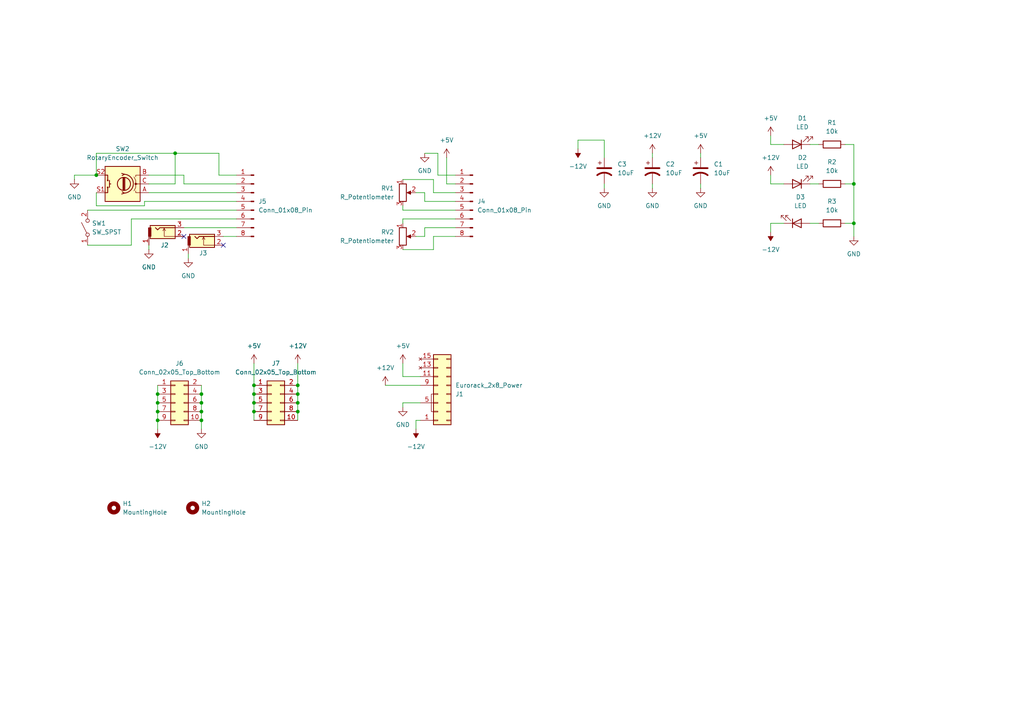
<source format=kicad_sch>
(kicad_sch (version 20231120) (generator "eeschema") (generator_version "8.0")
  (paper "A4")
  (lib_symbols
    (symbol "+5V_1" (power) (pin_numbers hide) (pin_names (offset 0) hide)
      (property "Value" "+5V" (at 0 3.556 0))
      (symbol "+5V_1_0_1"
        (polyline (pts (xy -0.762 1.27) (xy 0 2.54)))
        (polyline (pts (xy 0 0) (xy 0 2.54)))
        (polyline (pts (xy 0 2.54) (xy 0.762 1.27)))
      )
      (symbol "+5V_1_1_1"
        (pin power_in line (at 0 0 90) (length 0) (name "~") (number "1"))
      )
    )
    (symbol "Connector:Conn_01x08_Pin" (pin_names (offset 1.016) hide)
      (property "Reference" "J" (at 0 10.16 0))
      (property "Value" "Conn_01x08_Pin" (at 0 -12.7 0))
      (symbol "Conn_01x08_Pin_1_1"
        (polyline (pts (xy 1.27 -10.16) (xy 0.8636 -10.16)) (stroke (width 0.1524)))
        (polyline (pts (xy 1.27 -7.62) (xy 0.8636 -7.62)) (stroke (width 0.1524)))
        (polyline (pts (xy 1.27 -5.08) (xy 0.8636 -5.08)) (stroke (width 0.1524)))
        (polyline (pts (xy 1.27 -2.54) (xy 0.8636 -2.54)) (stroke (width 0.1524)))
        (polyline (pts (xy 1.27 0) (xy 0.8636 0)) (stroke (width 0.1524)))
        (polyline (pts (xy 1.27 2.54) (xy 0.8636 2.54)) (stroke (width 0.1524)))
        (polyline (pts (xy 1.27 5.08) (xy 0.8636 5.08)) (stroke (width 0.1524)))
        (polyline (pts (xy 1.27 7.62) (xy 0.8636 7.62)) (stroke (width 0.1524)))
        (rectangle (start 0.8636 -10.033) (end 0 -10.287) (stroke (width 0.1524)) (fill (type outline)))
        (rectangle (start 0.8636 -7.493) (end 0 -7.747) (stroke (width 0.1524)) (fill (type outline)))
        (rectangle (start 0.8636 -4.953) (end 0 -5.207) (stroke (width 0.1524)) (fill (type outline)))
        (rectangle (start 0.8636 -2.413) (end 0 -2.667) (stroke (width 0.1524)) (fill (type outline)))
        (rectangle (start 0.8636 0.127) (end 0 -0.127) (stroke (width 0.1524)) (fill (type outline)))
        (rectangle (start 0.8636 2.667) (end 0 2.413) (stroke (width 0.1524)) (fill (type outline)))
        (rectangle (start 0.8636 5.207) (end 0 4.953) (stroke (width 0.1524)) (fill (type outline)))
        (rectangle (start 0.8636 7.747) (end 0 7.493) (stroke (width 0.1524)) (fill (type outline)))
        (pin passive line (at 5.08 7.62 180) (length 3.81) (name "Pin_1") (number "1"))
        (pin passive line (at 5.08 5.08 180) (length 3.81) (name "Pin_2") (number "2"))
        (pin passive line (at 5.08 2.54 180) (length 3.81) (name "Pin_3") (number "3"))
        (pin passive line (at 5.08 0 180) (length 3.81) (name "Pin_4") (number "4"))
        (pin passive line (at 5.08 -2.54 180) (length 3.81) (name "Pin_5") (number "5"))
        (pin passive line (at 5.08 -5.08 180) (length 3.81) (name "Pin_6") (number "6"))
        (pin passive line (at 5.08 -7.62 180) (length 3.81) (name "Pin_7") (number "7"))
        (pin passive line (at 5.08 -10.16 180) (length 3.81) (name "Pin_8") (number "8"))
      )
    )
    (symbol "Connector_Generic:Conn_02x05_Odd_Even" (pin_names (offset 1.016) hide)
      (property "Reference" "J" (at 1.27 7.62 0))
      (property "Value" "Conn_02x05_Odd_Even" (at 1.27 -7.62 0))
      (symbol "Conn_02x05_Odd_Even_1_1"
        (rectangle (start -1.27 -4.953) (end 0 -5.207) (stroke (width 0.1524)))
        (rectangle (start -1.27 -2.413) (end 0 -2.667) (stroke (width 0.1524)))
        (rectangle (start -1.27 0.127) (end 0 -0.127) (stroke (width 0.1524)))
        (rectangle (start -1.27 2.667) (end 0 2.413) (stroke (width 0.1524)))
        (rectangle (start -1.27 5.207) (end 0 4.953) (stroke (width 0.1524)))
        (rectangle (start -1.27 6.35) (end 3.81 -6.35) (stroke (width 0.254)) (fill (type background)))
        (rectangle (start 3.81 -4.953) (end 2.54 -5.207) (stroke (width 0.1524)))
        (rectangle (start 3.81 -2.413) (end 2.54 -2.667) (stroke (width 0.1524)))
        (rectangle (start 3.81 0.127) (end 2.54 -0.127) (stroke (width 0.1524)))
        (rectangle (start 3.81 2.667) (end 2.54 2.413) (stroke (width 0.1524)))
        (rectangle (start 3.81 5.207) (end 2.54 4.953) (stroke (width 0.1524)))
        (pin passive line (at -5.08 5.08 0) (length 3.81) (name "Pin_1") (number "1"))
        (pin passive line (at 7.62 -5.08 180) (length 3.81) (name "Pin_10") (number "10"))
        (pin passive line (at 7.62 5.08 180) (length 3.81) (name "Pin_2") (number "2"))
        (pin passive line (at -5.08 2.54 0) (length 3.81) (name "Pin_3") (number "3"))
        (pin passive line (at 7.62 2.54 180) (length 3.81) (name "Pin_4") (number "4"))
        (pin passive line (at -5.08 0 0) (length 3.81) (name "Pin_5") (number "5"))
        (pin passive line (at 7.62 0 180) (length 3.81) (name "Pin_6") (number "6"))
        (pin passive line (at -5.08 -2.54 0) (length 3.81) (name "Pin_7") (number "7"))
        (pin passive line (at 7.62 -2.54 180) (length 3.81) (name "Pin_8") (number "8"))
        (pin passive line (at -5.08 -5.08 0) (length 3.81) (name "Pin_9") (number "9"))
      )
    )
    (symbol "Device:C_Polarized_US" (pin_numbers hide) (pin_names (offset 0.254) hide)
      (property "Reference" "C" (at 0.635 2.54 0))
      (property "Value" "C_Polarized_US" (at 0.635 -2.54 0))
      (symbol "C_Polarized_US_0_1"
        (polyline (pts (xy -2.032 0.762) (xy 2.032 0.762)) (stroke (width 0.508)))
        (polyline (pts (xy -1.778 2.286) (xy -0.762 2.286)))
        (polyline (pts (xy -1.27 1.778) (xy -1.27 2.794)))
        (arc (start 2.032 -1.27) (mid 0 -0.5572) (end -2.032 -1.27) (stroke (width 0.508)))
      )
      (symbol "C_Polarized_US_1_1"
        (pin passive line (at 0 3.81 270) (length 2.794) (name "~") (number "1"))
        (pin passive line (at 0 -3.81 90) (length 3.302) (name "~") (number "2"))
      )
    )
    (symbol "Device:LED" (pin_numbers hide) (pin_names (offset 1.016) hide)
      (property "Reference" "D" (at 0 2.54 0))
      (property "Value" "LED" (at 0 -2.54 0))
      (symbol "LED_0_1"
        (polyline (pts (xy -1.27 -1.27) (xy -1.27 1.27)) (stroke (width 0.254)))
        (polyline (pts (xy -1.27 0) (xy 1.27 0)))
        (polyline (pts (xy 1.27 -1.27) (xy 1.27 1.27) (xy -1.27 0) (xy 1.27 -1.27)) (stroke (width 0.254)))
        (polyline (pts (xy -3.048 -0.762) (xy -4.572 -2.286) (xy -3.81 -2.286) (xy -4.572 -2.286) (xy -4.572 -1.524)))
        (polyline (pts (xy -1.778 -0.762) (xy -3.302 -2.286) (xy -2.54 -2.286) (xy -3.302 -2.286) (xy -3.302 -1.524)))
      )
      (symbol "LED_1_1"
        (pin passive line (at -3.81 0 0) (length 2.54) (name "K") (number "1"))
        (pin passive line (at 3.81 0 180) (length 2.54) (name "A") (number "2"))
      )
    )
    (symbol "Device:R" (pin_numbers hide) (pin_names (offset 0))
      (property "Reference" "R" (at 2.032 0 90))
      (property "Value" "R" (at 0 0 90))
      (symbol "R_0_1"
        (rectangle (start -1.016 -2.54) (end 1.016 2.54) (stroke (width 0.254)))
      )
      (symbol "R_1_1"
        (pin passive line (at 0 3.81 270) (length 1.27) (name "~") (number "1"))
        (pin passive line (at 0 -3.81 90) (length 1.27) (name "~") (number "2"))
      )
    )
    (symbol "Device:R_Potentiometer" (pin_names (offset 1.016) hide)
      (property "Reference" "RV" (at -4.445 0 90))
      (property "Value" "R_Potentiometer" (at -2.54 0 90))
      (symbol "R_Potentiometer_0_1"
        (polyline (pts (xy 2.54 0) (xy 1.524 0)))
        (polyline (pts (xy 1.143 0) (xy 2.286 0.508) (xy 2.286 -0.508) (xy 1.143 0)) (fill (type outline)))
        (rectangle (start 1.016 2.54) (end -1.016 -2.54) (stroke (width 0.254)))
      )
      (symbol "R_Potentiometer_1_1"
        (pin passive line (at 0 3.81 270) (length 1.27) (name "1") (number "1"))
        (pin passive line (at 3.81 0 180) (length 1.27) (name "2") (number "2"))
        (pin passive line (at 0 -3.81 90) (length 1.27) (name "3") (number "3"))
      )
    )
    (symbol "Device:RotaryEncoder_Switch" (pin_names (offset 0.254) hide)
      (property "Reference" "SW" (at 0 6.604 0))
      (property "Value" "RotaryEncoder_Switch" (at 0 -6.604 0))
      (symbol "RotaryEncoder_Switch_0_1"
        (rectangle (start -5.08 5.08) (end 5.08 -5.08) (stroke (width 0.254)) (fill (type background)))
        (circle (center -3.81 0) (radius 0.254) (fill (type outline)))
        (circle (center -0.381 0) (radius 1.905) (stroke (width 0.254)))
        (arc (start -0.381 2.667) (mid -3.0988 -0.0635) (end -0.381 -2.794) (stroke (width 0.254)))
        (polyline (pts (xy -0.635 -1.778) (xy -0.635 1.778)) (stroke (width 0.254)))
        (polyline (pts (xy -0.381 -1.778) (xy -0.381 1.778)) (stroke (width 0.254)))
        (polyline (pts (xy -0.127 1.778) (xy -0.127 -1.778)) (stroke (width 0.254)))
        (polyline (pts (xy 3.81 0) (xy 3.429 0)) (stroke (width 0.254)))
        (polyline (pts (xy 3.81 1.016) (xy 3.81 -1.016)) (stroke (width 0.254)))
        (polyline (pts (xy -5.08 -2.54) (xy -3.81 -2.54) (xy -3.81 -2.032)))
        (polyline (pts (xy -5.08 2.54) (xy -3.81 2.54) (xy -3.81 2.032)))
        (polyline (pts (xy 0.254 -3.048) (xy -0.508 -2.794) (xy 0.127 -2.413)) (stroke (width 0.254)))
        (polyline (pts (xy 0.254 2.921) (xy -0.508 2.667) (xy 0.127 2.286)) (stroke (width 0.254)))
        (polyline (pts (xy 5.08 -2.54) (xy 4.318 -2.54) (xy 4.318 -1.016)) (stroke (width 0.254)))
        (polyline (pts (xy 5.08 2.54) (xy 4.318 2.54) (xy 4.318 1.016)) (stroke (width 0.254)))
        (polyline (pts (xy -5.08 0) (xy -3.81 0) (xy -3.81 -1.016) (xy -3.302 -2.032)))
        (polyline (pts (xy -4.318 0) (xy -3.81 0) (xy -3.81 1.016) (xy -3.302 2.032)))
        (circle (center 4.318 -1.016) (radius 0.127) (stroke (width 0.254)))
        (circle (center 4.318 1.016) (radius 0.127) (stroke (width 0.254)))
      )
      (symbol "RotaryEncoder_Switch_1_1"
        (pin passive line (at -7.62 2.54 0) (length 2.54) (name "A") (number "A"))
        (pin passive line (at -7.62 -2.54 0) (length 2.54) (name "B") (number "B"))
        (pin passive line (at -7.62 0 0) (length 2.54) (name "C") (number "C"))
        (pin passive line (at 7.62 2.54 180) (length 2.54) (name "S1") (number "S1"))
        (pin passive line (at 7.62 -2.54 180) (length 2.54) (name "S2") (number "S2"))
      )
    )
    (symbol "FreeModular:Eurorack_2x8_Power" (pin_names (offset 1.016) hide)
      (property "Reference" "J1" (at 1.27 13.97 0))
      (property "Value" "Eurorack_2x8_Power" (at 1.905 11.43 0))
      (symbol "Eurorack_2x8_Power_0_1"
        (polyline (pts (xy -1.27 5.08) (xy -1.905 5.08) (xy -1.905 0) (xy -1.27 0)))
      )
      (symbol "Eurorack_2x8_Power_1_1"
        (rectangle (start -1.27 -10.033) (end 0 -10.287) (stroke (width 0.1524)))
        (rectangle (start -1.27 -7.493) (end 0 -7.747) (stroke (width 0.1524)))
        (rectangle (start -1.27 -4.953) (end 0 -5.207) (stroke (width 0.1524)))
        (rectangle (start -1.27 -2.413) (end 0 -2.667) (stroke (width 0.1524)))
        (rectangle (start -1.27 0.127) (end 0 -0.127) (stroke (width 0.1524)))
        (rectangle (start -1.27 2.667) (end 0 2.413) (stroke (width 0.1524)))
        (rectangle (start -1.27 5.207) (end 0 4.953) (stroke (width 0.1524)))
        (rectangle (start -1.27 7.747) (end 0 7.493) (stroke (width 0.1524)))
        (rectangle (start -1.27 8.89) (end 3.81 -11.43) (stroke (width 0.254)) (fill (type background)))
        (rectangle (start 3.81 -10.033) (end 2.54 -10.287) (stroke (width 0.1524)))
        (rectangle (start 3.81 -7.493) (end 2.54 -7.747) (stroke (width 0.1524)))
        (rectangle (start 3.81 -4.953) (end 2.54 -5.207) (stroke (width 0.1524)))
        (rectangle (start 3.81 -2.413) (end 2.54 -2.667) (stroke (width 0.1524)))
        (rectangle (start 3.81 0.127) (end 2.54 -0.127) (stroke (width 0.1524)))
        (rectangle (start 3.81 2.667) (end 2.54 2.413) (stroke (width 0.1524)))
        (rectangle (start 3.81 5.207) (end 2.54 4.953) (stroke (width 0.1524)))
        (rectangle (start 3.81 7.747) (end 2.54 7.493) (stroke (width 0.1524)))
        (pin power_out line (at -5.08 7.62 0) (length 3.81) (name "-12v") (number "1"))
        (pin passive line (at -5.08 -2.54 0) (length 3.81) hide (name "+12v") (number "10"))
        (pin passive line (at -5.08 -5.08 0) (length 3.81) (name "+5v") (number "11"))
        (pin passive line (at -5.08 -5.08 0) (length 3.81) hide (name "+5v") (number "12"))
        (pin no_connect line (at -5.08 -7.62 0) (length 3.81) (name "Pin_13") (number "13"))
        (pin no_connect line (at 7.62 -7.62 180) (length 3.81) hide (name "Pin_14") (number "14"))
        (pin no_connect line (at -5.08 -10.16 0) (length 3.81) (name "Pin_15") (number "15"))
        (pin no_connect line (at 7.62 -10.16 180) (length 3.81) hide (name "Pin_16") (number "16"))
        (pin passive line (at -5.08 7.62 0) (length 3.81) hide (name "-12v") (number "2"))
        (pin power_out line (at -5.08 2.54 0) (length 3.81) hide (name "GND") (number "3"))
        (pin passive line (at -5.08 2.54 0) (length 3.81) hide (name "GND") (number "4"))
        (pin power_out line (at -5.08 2.54 0) (length 3.81) (name "GND") (number "5"))
        (pin passive line (at -5.08 2.54 0) (length 3.81) hide (name "GND") (number "6"))
        (pin power_out line (at -5.08 2.54 0) (length 3.81) hide (name "GND") (number "7"))
        (pin passive line (at -5.08 2.54 0) (length 3.81) hide (name "GND") (number "8"))
        (pin power_out line (at -5.08 -2.54 0) (length 3.81) (name "+12v") (number "9"))
      )
    )
    (symbol "FreeModular:THONKICONN" (pin_names (offset 1.016))
      (property "Reference" "J" (at -1.27 4.445 0))
      (symbol "THONKICONN_0_1"
        (rectangle (start -4.699 3.175) (end 2.54 -0.635) (stroke (width 0.254)) (fill (type background)))
        (rectangle (start -4.445 0) (end -5.207 2.54) (fill (type outline)))
        (polyline (pts (xy -0.635 2.413) (xy -0.254 1.651)))
        (polyline (pts (xy 2.54 0) (xy -0.635 0) (xy -0.635 2.413) (xy -1.016 1.651)))
        (polyline (pts (xy 2.54 2.54) (xy -1.905 2.54) (xy -2.54 1.905) (xy -3.175 2.54)) (stroke (width 0.254)))
      )
      (symbol "THONKICONN_1_1"
        (pin passive line (at -5.08 -2.54 90) (length 2.54) (name "~") (number "1"))
        (pin passive line (at 5.08 0 180) (length 2.54) (name "~") (number "2"))
        (pin passive line (at 5.08 2.54 180) (length 2.54) (name "~") (number "3"))
      )
    )
    (symbol "GND_1" (power) (pin_numbers hide) (pin_names (offset 0) hide)
      (property "Value" "GND" (at 0 -3.81 0))
      (symbol "GND_1_0_1"
        (polyline (pts (xy 0 0) (xy 0 -1.27) (xy 1.27 -1.27) (xy 0 -2.54) (xy -1.27 -1.27) (xy 0 -1.27)))
      )
      (symbol "GND_1_1_1"
        (pin power_in line (at 0 0 270) (length 0) (name "~") (number "1"))
      )
    )
    (symbol "Mechanical:MountingHole" (pin_names (offset 1.016))
      (property "Reference" "H" (at 0 5.08 0))
      (property "Value" "MountingHole" (at 0 3.175 0))
      (symbol "MountingHole_0_1"
        (circle (center 0 0) (radius 1.27) (stroke (width 1.27)))
      )
    )
    (symbol "Switch:SW_SPST" (pin_names (offset 0) hide)
      (property "Reference" "SW" (at 0 3.175 0))
      (property "Value" "SW_SPST" (at 0 -2.54 0))
      (symbol "SW_SPST_0_0"
        (circle (center -2.032 0) (radius 0.508))
        (polyline (pts (xy -1.524 0.254) (xy 1.524 1.778)))
        (circle (center 2.032 0) (radius 0.508))
      )
      (symbol "SW_SPST_1_1"
        (pin passive line (at -5.08 0 0) (length 2.54) (name "A") (number "1"))
        (pin passive line (at 5.08 0 180) (length 2.54) (name "B") (number "2"))
      )
    )
    (symbol "power:+12V" (power) (pin_names (offset 0))
      (property "Value" "+12V" (at 0 3.556 0))
      (symbol "+12V_0_1"
        (polyline (pts (xy -0.762 1.27) (xy 0 2.54)))
        (polyline (pts (xy 0 0) (xy 0 2.54)))
        (polyline (pts (xy 0 2.54) (xy 0.762 1.27)))
      )
      (symbol "+12V_1_1"
        (pin power_in line (at 0 0 90) (length 0) hide (name "+12V") (number "1"))
      )
    )
    (symbol "power:+5V" (power) (pin_names (offset 0))
      (property "Value" "+5V" (at 0 3.556 0))
      (symbol "+5V_0_1"
        (polyline (pts (xy -0.762 1.27) (xy 0 2.54)))
        (polyline (pts (xy 0 0) (xy 0 2.54)))
        (polyline (pts (xy 0 2.54) (xy 0.762 1.27)))
      )
      (symbol "+5V_1_1"
        (pin power_in line (at 0 0 90) (length 0) hide (name "+5V") (number "1"))
      )
    )
    (symbol "power:-12V" (power) (pin_names (offset 0))
      (property "Value" "-12V" (at 0 3.81 0))
      (symbol "-12V_0_0"
        (pin power_in line (at 0 0 90) (length 0) hide (name "-12V") (number "1"))
      )
      (symbol "-12V_0_1"
        (polyline (pts (xy 0 0) (xy 0 1.27) (xy 0.762 1.27) (xy 0 2.54) (xy -0.762 1.27) (xy 0 1.27)) (fill (type outline)))
      )
    )
    (symbol "power:GND" (power) (pin_names (offset 0))
      (property "Value" "GND" (at 0 -3.81 0))
      (symbol "GND_0_1"
        (polyline (pts (xy 0 0) (xy 0 -1.27) (xy 1.27 -1.27) (xy 0 -2.54) (xy -1.27 -1.27) (xy 0 -1.27)))
      )
      (symbol "GND_1_1"
        (pin power_in line (at 0 0 270) (length 0) hide (name "GND") (number "1"))
      )
    )
  )
  (junction (at 73.66 111.76))
  (junction (at 86.36 116.84))
  (junction (at 247.65 64.77))
  (junction (at 27.94 50.8))
  (junction (at 45.72 116.84))
  (junction (at 45.72 121.92))
  (junction (at 73.66 114.3))
  (junction (at 247.65 53.34))
  (junction (at 45.72 119.38))
  (junction (at 86.36 119.38))
  (junction (at 73.66 116.84))
  (junction (at 86.36 111.76))
  (junction (at 73.66 119.38))
  (junction (at 45.72 114.3))
  (junction (at 86.36 114.3))
  (junction (at 50.8 44.45))
  (junction (at 58.42 116.84))
  (junction (at 58.42 121.92))
  (junction (at 58.42 119.38))
  (junction (at 58.42 114.3))
  (no_connect (at 64.77 71.12))
  (no_connect (at 53.34 68.58))
  (wire (pts (xy 116.84 64.77) (xy 116.84 63.5)))
  (wire (pts (xy 38.1 63.5) (xy 38.1 71.12)))
  (wire (pts (xy 73.66 119.38) (xy 73.66 121.92)))
  (wire (pts (xy 116.84 63.5) (xy 132.08 63.5)))
  (wire (pts (xy 223.52 53.34) (xy 227.33 53.34)))
  (wire (pts (xy 129.54 45.72) (xy 129.54 53.34)))
  (wire (pts (xy 111.76 111.76) (xy 121.92 111.76)))
  (wire (pts (xy 223.52 64.77) (xy 223.52 67.31)))
  (wire (pts (xy 247.65 64.77) (xy 247.65 68.58)))
  (wire (pts (xy 245.11 64.77) (xy 247.65 64.77)))
  (wire (pts (xy 247.65 53.34) (xy 247.65 64.77)))
  (wire (pts (xy 27.94 50.8) (xy 27.94 44.45)))
  (wire (pts (xy 27.94 55.88) (xy 27.94 59.69)))
  (wire (pts (xy 203.2 54.61) (xy 203.2 53.34)))
  (wire (pts (xy 237.49 53.34) (xy 234.95 53.34)))
  (wire (pts (xy 203.2 44.45) (xy 203.2 45.72)))
  (wire (pts (xy 121.92 116.84) (xy 116.84 116.84)))
  (wire (pts (xy 237.49 41.91) (xy 234.95 41.91)))
  (wire (pts (xy 41.91 58.42) (xy 41.91 59.69)))
  (wire (pts (xy 132.08 50.8) (xy 127 50.8)))
  (wire (pts (xy 45.72 119.38) (xy 45.72 121.92)))
  (wire (pts (xy 116.84 60.96) (xy 132.08 60.96)))
  (wire (pts (xy 237.49 64.77) (xy 234.95 64.77)))
  (wire (pts (xy 223.52 41.91) (xy 223.52 39.37)))
  (wire (pts (xy 86.36 111.76) (xy 86.36 114.3)))
  (wire (pts (xy 64.77 68.58) (xy 68.58 68.58)))
  (wire (pts (xy 58.42 119.38) (xy 58.42 121.92)))
  (wire (pts (xy 167.64 40.64) (xy 167.64 43.18)))
  (wire (pts (xy 245.11 53.34) (xy 247.65 53.34)))
  (wire (pts (xy 58.42 116.84) (xy 58.42 119.38)))
  (wire (pts (xy 43.18 53.34) (xy 50.8 53.34)))
  (wire (pts (xy 189.23 44.45) (xy 189.23 45.72)))
  (wire (pts (xy 45.72 114.3) (xy 45.72 116.84)))
  (wire (pts (xy 73.66 116.84) (xy 73.66 119.38)))
  (wire (pts (xy 53.34 66.04) (xy 68.58 66.04)))
  (wire (pts (xy 86.36 116.84) (xy 86.36 119.38)))
  (wire (pts (xy 25.4 60.96) (xy 68.58 60.96)))
  (wire (pts (xy 86.36 119.38) (xy 86.36 121.92)))
  (wire (pts (xy 45.72 111.76) (xy 45.72 114.3)))
  (wire (pts (xy 45.72 116.84) (xy 45.72 119.38)))
  (wire (pts (xy 132.08 53.34) (xy 129.54 53.34)))
  (wire (pts (xy 68.58 50.8) (xy 63.5 50.8)))
  (wire (pts (xy 58.42 114.3) (xy 58.42 116.84)))
  (wire (pts (xy 27.94 50.8) (xy 21.59 50.8)))
  (wire (pts (xy 120.65 121.92) (xy 121.92 121.92)))
  (wire (pts (xy 45.72 121.92) (xy 45.72 124.46)))
  (wire (pts (xy 123.19 66.04) (xy 132.08 66.04)))
  (wire (pts (xy 175.26 40.64) (xy 175.26 45.72)))
  (wire (pts (xy 245.11 41.91) (xy 247.65 41.91)))
  (wire (pts (xy 121.92 109.22) (xy 116.84 109.22)))
  (wire (pts (xy 86.36 114.3) (xy 86.36 116.84)))
  (wire (pts (xy 120.65 68.58) (xy 123.19 68.58)))
  (wire (pts (xy 125.73 55.88) (xy 132.08 55.88)))
  (wire (pts (xy 125.73 52.07) (xy 125.73 55.88)))
  (wire (pts (xy 50.8 53.34) (xy 50.8 44.45)))
  (wire (pts (xy 43.18 50.8) (xy 53.34 50.8)))
  (wire (pts (xy 38.1 71.12) (xy 25.4 71.12)))
  (wire (pts (xy 43.18 55.88) (xy 68.58 55.88)))
  (wire (pts (xy 54.61 73.66) (xy 54.61 74.93)))
  (wire (pts (xy 68.58 63.5) (xy 38.1 63.5)))
  (wire (pts (xy 43.18 72.39) (xy 43.18 71.12)))
  (wire (pts (xy 58.42 121.92) (xy 58.42 124.46)))
  (wire (pts (xy 223.52 41.91) (xy 227.33 41.91)))
  (wire (pts (xy 53.34 50.8) (xy 53.34 53.34)))
  (wire (pts (xy 123.19 55.88) (xy 123.19 58.42)))
  (wire (pts (xy 41.91 58.42) (xy 68.58 58.42)))
  (wire (pts (xy 63.5 50.8) (xy 63.5 44.45)))
  (wire (pts (xy 116.84 52.07) (xy 125.73 52.07)))
  (wire (pts (xy 73.66 105.41) (xy 73.66 111.76)))
  (wire (pts (xy 123.19 68.58) (xy 123.19 66.04)))
  (wire (pts (xy 175.26 54.61) (xy 175.26 53.34)))
  (wire (pts (xy 41.91 59.69) (xy 27.94 59.69)))
  (wire (pts (xy 21.59 50.8) (xy 21.59 52.07)))
  (wire (pts (xy 123.19 58.42) (xy 132.08 58.42)))
  (wire (pts (xy 116.84 116.84) (xy 116.84 118.11)))
  (wire (pts (xy 73.66 111.76) (xy 73.66 114.3)))
  (wire (pts (xy 123.19 44.45) (xy 127 44.45)))
  (wire (pts (xy 116.84 109.22) (xy 116.84 105.41)))
  (wire (pts (xy 125.73 68.58) (xy 132.08 68.58)))
  (wire (pts (xy 58.42 111.76) (xy 58.42 114.3)))
  (wire (pts (xy 116.84 59.69) (xy 116.84 60.96)))
  (wire (pts (xy 223.52 53.34) (xy 223.52 50.8)))
  (wire (pts (xy 27.94 44.45) (xy 50.8 44.45)))
  (wire (pts (xy 223.52 64.77) (xy 227.33 64.77)))
  (wire (pts (xy 50.8 44.45) (xy 63.5 44.45)))
  (wire (pts (xy 175.26 40.64) (xy 167.64 40.64)))
  (wire (pts (xy 116.84 72.39) (xy 125.73 72.39)))
  (wire (pts (xy 125.73 72.39) (xy 125.73 68.58)))
  (wire (pts (xy 120.65 55.88) (xy 123.19 55.88)))
  (wire (pts (xy 189.23 54.61) (xy 189.23 53.34)))
  (wire (pts (xy 73.66 114.3) (xy 73.66 116.84)))
  (wire (pts (xy 86.36 105.41) (xy 86.36 111.76)))
  (wire (pts (xy 53.34 53.34) (xy 68.58 53.34)))
  (wire (pts (xy 247.65 41.91) (xy 247.65 53.34)))
  (wire (pts (xy 127 50.8) (xy 127 44.45)))
  (wire (pts (xy 120.65 124.46) (xy 120.65 121.92)))
  (symbol (lib_id "Device:C_Polarized_US") (at 203.2 49.53 0) (unit 1)
    (property "Reference" "C1" (at 207.01 47.6249 0) (effects (justify left)))
    (property "Value" "10uF" (at 207.01 50.1649 0) (effects (justify left)))
    (property "Footprint" "Capacitor_THT:CP_Radial_D5.0mm_P2.00mm" (effects (hide yes)))
    (property "Description" "Polarized capacitor, US symbol" (effects (hide yes)))
  )
  (symbol (lib_id "power:-12V") (at 223.52 67.31 180) (unit 1)
    (property "Reference" "#PWR023" (effects (hide yes)))
    (property "Value" "-12V" (at 223.52 72.39 0))
  )
  (symbol (lib_id "FreeModular:Eurorack_2x8_Power") (at 127 114.3 0) (mirror x) (unit 1)
    (property "Reference" "J1" (at 132.08 114.3 0) (effects (justify left)))
    (property "Value" "Eurorack_2x8_Power" (at 132.08 111.76 0) (effects (justify left)))
    (property "Footprint" "Connector_IDC:IDC-Header_2x08_P2.54mm_Vertical" (effects (hide yes)))
  )
  (symbol (lib_id "Connector_Generic:Conn_02x05_Odd_Even") (at 78.74 116.84 0) (unit 1)
    (property "Reference" "J7" (at 80.01 105.41 0))
    (property "Value" "Conn_02x05_Top_Bottom" (at 80.01 107.95 0))
    (property "Footprint" "Connector_PinHeader_2.54mm:PinHeader_2x05_P2.54mm_Vertical" (effects (hide yes)))
    (property "Description" "Generic connector, double row, 02x05, odd/even pin numbering scheme (row 1 odd numbers, row 2 even numbers), script generated (kicad-library-utils/schlib/autogen/connector/)" (effects (hide yes)))
  )
  (symbol (lib_id "power:+12V") (at 111.76 111.76 0) (unit 1)
    (property "Reference" "#PWR03" (effects (hide yes)))
    (property "Value" "+12V" (at 111.76 106.68 0))
  )
  (symbol (lib_id "Connector_Generic:Conn_02x05_Odd_Even") (at 50.8 116.84 0) (unit 1)
    (property "Reference" "J6" (at 52.07 105.41 0))
    (property "Value" "Conn_02x05_Top_Bottom" (at 52.07 107.95 0))
    (property "Footprint" "Connector_PinHeader_2.54mm:PinHeader_2x05_P2.54mm_Vertical" (effects (hide yes)))
    (property "Description" "Generic connector, double row, 02x05, odd/even pin numbering scheme (row 1 odd numbers, row 2 even numbers), script generated (kicad-library-utils/schlib/autogen/connector/)" (effects (hide yes)))
  )
  (symbol (lib_id "power:+12V") (at 86.36 105.41 0) (unit 1)
    (property "Reference" "#PWR013" (effects (hide yes)))
    (property "Value" "+12V" (at 86.36 100.33 0))
  )
  (symbol (lib_id "Mechanical:MountingHole") (at 55.88 147.32 0) (unit 1)
    (property "Reference" "H2" (at 58.42 146.0499 0) (effects (justify left)))
    (property "Value" "MountingHole" (at 58.42 148.5899 0) (effects (justify left)))
    (property "Footprint" "MountingHole:MountingHole_2.7mm_M2.5" (effects (hide yes)))
    (property "Description" "Mounting Hole without connection" (effects (hide yes)))
  )
  (symbol (lib_id "Device:LED") (at 231.14 64.77 0) (mirror x) (unit 1)
    (property "Reference" "D3" (at 232.156 57.15 0))
    (property "Value" "LED" (at 232.156 59.69 0))
    (property "Footprint" "LED_THT:LED_D3.0mm" (effects (hide yes)))
    (property "Description" "Light emitting diode" (effects (hide yes)))
  )
  (symbol (lib_name "GND_1") (lib_id "power:GND") (at 123.19 44.45 0) (unit 1)
    (property "Reference" "#PWR08" (effects (hide yes)))
    (property "Value" "GND" (at 123.19 49.53 0))
    (property "Description" "Power symbol creates a global label with name \"GND\" , ground" (effects (hide yes)))
  )
  (symbol (lib_name "GND_1") (lib_id "power:GND") (at 21.59 52.07 0) (unit 1)
    (property "Reference" "#PWR09" (effects (hide yes)))
    (property "Value" "GND" (at 21.59 57.15 0))
    (property "Description" "Power symbol creates a global label with name \"GND\" , ground" (effects (hide yes)))
  )
  (symbol (lib_id "power:+12V") (at 223.52 50.8 0) (unit 1)
    (property "Reference" "#PWR021" (effects (hide yes)))
    (property "Value" "+12V" (at 223.52 45.72 0))
  )
  (symbol (lib_id "Connector:Conn_01x08_Pin") (at 73.66 58.42 0) (mirror y) (unit 1)
    (property "Reference" "J5" (at 74.93 58.4199 0) (effects (justify right)))
    (property "Value" "Conn_01x08_Pin" (at 74.93 60.9599 0) (effects (justify right)))
    (property "Footprint" "Connector_PinHeader_2.54mm:PinHeader_1x08_P2.54mm_Vertical" (effects (hide yes)))
    (property "Description" "Generic connector, single row, 01x08, script generated" (effects (hide yes)))
  )
  (symbol (lib_id "Switch:SW_SPST") (at 25.4 66.04 90) (unit 1)
    (property "Reference" "SW1" (at 26.67 64.7699 90) (effects (justify right)))
    (property "Value" "SW_SPST" (at 26.67 67.3099 90) (effects (justify right)))
    (property "Footprint" "FreeModular:D6R" (effects (hide yes)))
    (property "Description" "Single Pole Single Throw (SPST) switch" (effects (hide yes)))
  )
  (symbol (lib_id "power:+12V") (at 189.23 44.45 0) (unit 1)
    (property "Reference" "#PWR010" (effects (hide yes)))
    (property "Value" "+12V" (at 189.23 39.37 0))
  )
  (symbol (lib_id "Connector:Conn_01x08_Pin") (at 137.16 58.42 0) (mirror y) (unit 1)
    (property "Reference" "J4" (at 138.43 58.4199 0) (effects (justify right)))
    (property "Value" "Conn_01x08_Pin" (at 138.43 60.9599 0) (effects (justify right)))
    (property "Footprint" "Connector_PinHeader_2.54mm:PinHeader_1x08_P2.54mm_Vertical" (effects (hide yes)))
    (property "Description" "Generic connector, single row, 01x08, script generated" (effects (hide yes)))
  )
  (symbol (lib_id "Device:R_Potentiometer") (at 116.84 68.58 0) (unit 1)
    (property "Reference" "RV2" (at 114.3 67.3099 0) (effects (justify right)))
    (property "Value" "R_Potentiometer" (at 114.3 69.8499 0) (effects (justify right)))
    (property "Footprint" "FreeModular:Alpha_Potentiometer_Grounded" (effects (hide yes)))
    (property "Description" "Potentiometer" (effects (hide yes)))
  )
  (symbol (lib_id "power:-12V") (at 120.65 124.46 180) (unit 1)
    (property "Reference" "#PWR02" (effects (hide yes)))
    (property "Value" "-12V" (at 120.65 129.54 0))
  )
  (symbol (lib_id "Device:LED") (at 231.14 41.91 180) (unit 1)
    (property "Reference" "D1" (at 232.7275 34.29 0))
    (property "Value" "LED" (at 232.7275 36.83 0))
    (property "Footprint" "LED_THT:LED_D3.0mm" (effects (hide yes)))
    (property "Description" "Light emitting diode" (effects (hide yes)))
  )
  (symbol (lib_id "Device:C_Polarized_US") (at 175.26 49.53 0) (unit 1)
    (property "Reference" "C3" (at 179.07 47.6249 0) (effects (justify left)))
    (property "Value" "10uF" (at 179.07 50.1649 0) (effects (justify left)))
    (property "Footprint" "Capacitor_THT:CP_Radial_D5.0mm_P2.00mm" (effects (hide yes)))
    (property "Description" "Polarized capacitor, US symbol" (effects (hide yes)))
  )
  (symbol (lib_id "power:+5V") (at 203.2 44.45 0) (mirror y) (unit 1)
    (property "Reference" "#PWR015" (effects (hide yes)))
    (property "Value" "+5V" (at 203.2 39.37 0))
  )
  (symbol (lib_id "power:+5V") (at 223.52 39.37 0) (mirror y) (unit 1)
    (property "Reference" "#PWR022" (effects (hide yes)))
    (property "Value" "+5V" (at 223.52 34.29 0))
  )
  (symbol (lib_id "Device:R_Potentiometer") (at 116.84 55.88 0) (unit 1)
    (property "Reference" "RV1" (at 114.3 54.6099 0) (effects (justify right)))
    (property "Value" "R_Potentiometer" (at 114.3 57.1499 0) (effects (justify right)))
    (property "Footprint" "FreeModular:Alpha_Potentiometer_Grounded" (effects (hide yes)))
    (property "Description" "Potentiometer" (effects (hide yes)))
  )
  (symbol (lib_id "Device:R") (at 241.3 64.77 90) (unit 1)
    (property "Reference" "R3" (at 241.3 58.42 90))
    (property "Value" "10k" (at 241.3 60.96 90))
    (property "Footprint" "Resistor_THT:R_Axial_DIN0207_L6.3mm_D2.5mm_P10.16mm_Horizontal" (effects (hide yes)))
    (property "Description" "Resistor" (effects (hide yes)))
  )
  (symbol (lib_id "power:+5V") (at 116.84 105.41 0) (mirror y) (unit 1)
    (property "Reference" "#PWR04" (effects (hide yes)))
    (property "Value" "+5V" (at 116.84 100.33 0))
  )
  (symbol (lib_id "power:GND") (at 247.65 68.58 0) (unit 1)
    (property "Reference" "#PWR019" (effects (hide yes)))
    (property "Value" "GND" (at 247.65 73.66 0))
  )
  (symbol (lib_id "power:GND") (at 175.26 54.61 0) (unit 1)
    (property "Reference" "#PWR020" (effects (hide yes)))
    (property "Value" "GND" (at 175.26 59.69 0))
  )
  (symbol (lib_id "FreeModular:THONKICONN") (at 59.69 71.12 0) (unit 1)
    (property "Reference" "J3" (at 58.928 73.406 0))
    (property "Value" "THONKICONN" (effects (hide yes)))
    (property "Footprint" "FreeModular:THONKICONN" (effects (hide yes)))
    (property "Description" "2-pin audio jack receptable (mono/TS connector) with switching contact" (effects (hide yes)))
  )
  (symbol (lib_id "Mechanical:MountingHole") (at 33.02 147.32 0) (unit 1)
    (property "Reference" "H1" (at 35.56 146.0499 0) (effects (justify left)))
    (property "Value" "MountingHole" (at 35.56 148.5899 0) (effects (justify left)))
    (property "Footprint" "MountingHole:MountingHole_2.7mm_M2.5" (effects (hide yes)))
    (property "Description" "Mounting Hole without connection" (effects (hide yes)))
  )
  (symbol (lib_id "Device:R") (at 241.3 53.34 90) (unit 1)
    (property "Reference" "R2" (at 241.3 46.99 90))
    (property "Value" "10k" (at 241.3 49.53 90))
    (property "Footprint" "Resistor_THT:R_Axial_DIN0207_L6.3mm_D2.5mm_P10.16mm_Horizontal" (effects (hide yes)))
    (property "Description" "Resistor" (effects (hide yes)))
  )
  (symbol (lib_id "Device:RotaryEncoder_Switch") (at 35.56 53.34 180) (unit 1)
    (property "Reference" "SW2" (at 35.56 43.18 0))
    (property "Value" "RotaryEncoder_Switch" (at 35.56 45.72 0))
    (property "Footprint" "Rotary_Encoder:RotaryEncoder_Alps_EC11E-Switch_Vertical_H20mm" (effects (hide yes)))
    (property "Description" "Rotary encoder, dual channel, incremental quadrate outputs, with switch" (effects (hide yes)))
  )
  (symbol (lib_id "Device:C_Polarized_US") (at 189.23 49.53 0) (unit 1)
    (property "Reference" "C2" (at 193.04 47.6249 0) (effects (justify left)))
    (property "Value" "10uF" (at 193.04 50.1649 0) (effects (justify left)))
    (property "Footprint" "Capacitor_THT:CP_Radial_D5.0mm_P2.00mm" (effects (hide yes)))
    (property "Description" "Polarized capacitor, US symbol" (effects (hide yes)))
  )
  (symbol (lib_name "+5V_1") (lib_id "power:+5V") (at 129.54 45.72 0) (unit 1)
    (property "Reference" "#PWR07" (effects (hide yes)))
    (property "Value" "+5V" (at 129.54 40.64 0))
    (property "Description" "Power symbol creates a global label with name \"+5V\"" (effects (hide yes)))
  )
  (symbol (lib_id "power:GND") (at 189.23 54.61 0) (unit 1)
    (property "Reference" "#PWR018" (effects (hide yes)))
    (property "Value" "GND" (at 189.23 59.69 0))
  )
  (symbol (lib_id "Device:R") (at 241.3 41.91 90) (unit 1)
    (property "Reference" "R1" (at 241.3 35.56 90))
    (property "Value" "10k" (at 241.3 38.1 90))
    (property "Footprint" "Resistor_THT:R_Axial_DIN0207_L6.3mm_D2.5mm_P10.16mm_Horizontal" (effects (hide yes)))
    (property "Description" "Resistor" (effects (hide yes)))
  )
  (symbol (lib_name "GND_1") (lib_id "power:GND") (at 43.18 72.39 0) (unit 1)
    (property "Reference" "#PWR05" (effects (hide yes)))
    (property "Value" "GND" (at 43.18 77.47 0))
    (property "Description" "Power symbol creates a global label with name \"GND\" , ground" (effects (hide yes)))
  )
  (symbol (lib_id "power:-12V") (at 167.64 43.18 180) (unit 1)
    (property "Reference" "#PWR016" (effects (hide yes)))
    (property "Value" "-12V" (at 167.64 48.26 0))
  )
  (symbol (lib_id "FreeModular:THONKICONN") (at 48.26 68.58 0) (unit 1)
    (property "Reference" "J2" (at 47.752 71.12 0))
    (property "Value" "THONKICONN" (effects (hide yes)))
    (property "Footprint" "FreeModular:THONKICONN" (effects (hide yes)))
    (property "Description" "2-pin audio jack receptable (mono/TS connector) with switching contact" (effects (hide yes)))
  )
  (symbol (lib_id "power:+5V") (at 73.66 105.41 0) (mirror y) (unit 1)
    (property "Reference" "#PWR014" (effects (hide yes)))
    (property "Value" "+5V" (at 73.66 100.33 0))
  )
  (symbol (lib_id "power:GND") (at 203.2 54.61 0) (unit 1)
    (property "Reference" "#PWR017" (effects (hide yes)))
    (property "Value" "GND" (at 203.2 59.69 0))
  )
  (symbol (lib_id "power:-12V") (at 45.72 124.46 180) (unit 1)
    (property "Reference" "#PWR011" (effects (hide yes)))
    (property "Value" "-12V" (at 45.72 129.54 0))
  )
  (symbol (lib_name "GND_1") (lib_id "power:GND") (at 54.61 74.93 0) (unit 1)
    (property "Reference" "#PWR06" (effects (hide yes)))
    (property "Value" "GND" (at 54.61 80.01 0))
    (property "Description" "Power symbol creates a global label with name \"GND\" , ground" (effects (hide yes)))
  )
  (symbol (lib_id "power:GND") (at 58.42 124.46 0) (unit 1)
    (property "Reference" "#PWR012" (effects (hide yes)))
    (property "Value" "GND" (at 58.42 129.54 0))
  )
  (symbol (lib_id "Device:LED") (at 231.14 53.34 180) (unit 1)
    (property "Reference" "D2" (at 232.7275 45.72 0))
    (property "Value" "LED" (at 232.7275 48.26 0))
    (property "Footprint" "LED_THT:LED_D3.0mm" (effects (hide yes)))
    (property "Description" "Light emitting diode" (effects (hide yes)))
  )
  (symbol (lib_id "power:GND") (at 116.84 118.11 0) (unit 1)
    (property "Reference" "#PWR01" (effects (hide yes)))
    (property "Value" "GND" (at 116.84 123.19 0))
  )
)
</source>
